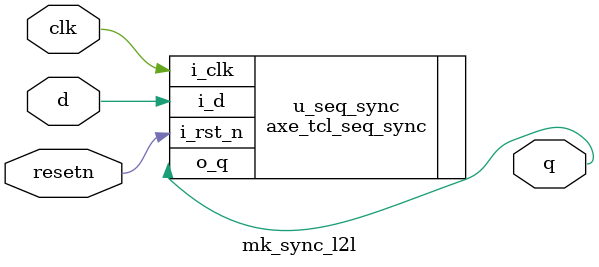
<source format=sv>

module mk_sync_l2l (
  resetn,
  clk,
  d,
  q
);
  parameter SYNC_STAGE = 2;
  parameter RESET_VALUE = 1'b0;

  input resetn;
  input clk;
  input d;
  output q;

  axe_tcl_seq_sync #(
    .SyncStages(SYNC_STAGE),
    .ResetValue(RESET_VALUE)
  ) u_seq_sync (
    .i_clk(clk),
    .i_rst_n(resetn),
    .i_d(d),
    .o_q(q)
  );

endmodule


</source>
